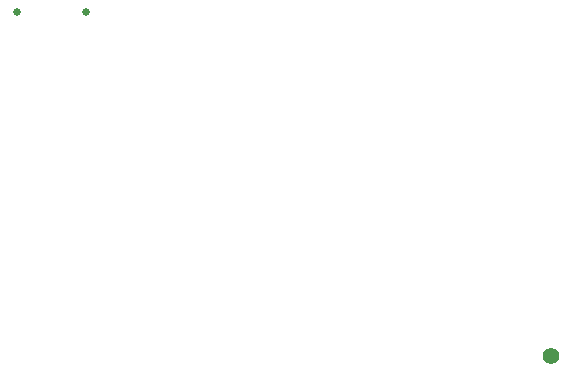
<source format=gbr>
%TF.GenerationSoftware,Altium Limited,Altium Designer,23.4.1 (23)*%
G04 Layer_Color=0*
%FSLAX45Y45*%
%MOMM*%
%TF.SameCoordinates,1140DA37-B3DB-4B23-8321-DC1501029C55*%
%TF.FilePolarity,Positive*%
%TF.FileFunction,NonPlated,1,2,NPTH,Drill*%
%TF.Part,Single*%
G01*
G75*
%TA.AperFunction,ComponentDrill*%
%ADD68C,0.65000*%
%ADD69C,1.40000*%
D68*
X13535100Y7150400D02*
D03*
X12957100D02*
D03*
D69*
X17472600Y4241800D02*
D03*
%TF.MD5,673e41c06a272e2d407b8ce3b1991edd*%
M02*

</source>
